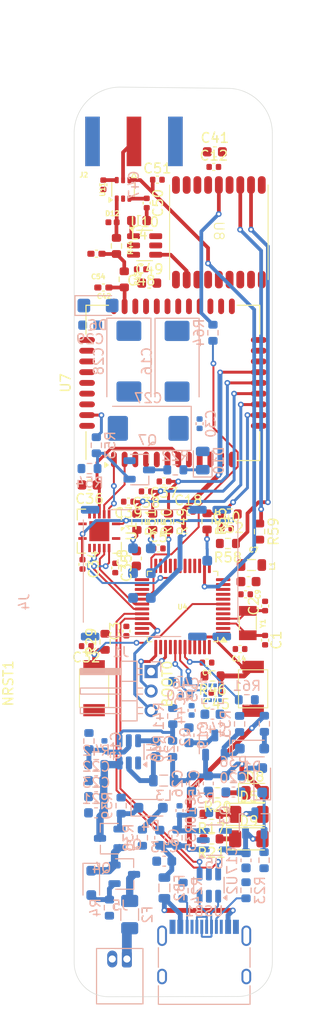
<source format=kicad_pcb>
(kicad_pcb (version 20241229) (generator "pcbnew") (generator_version "9.0")
  (title_block (title "Compact LTE&GNSS bicycle loss tracker") (date "2025-04-18") (rev "0.1") (company "Deniel"))
  (layers (0 "F.Cu" signal) (4 "In1.Cu" signal) (6 "In2.Cu" signal) (2 "B.Cu" signal) (13 "F.Paste" user) (15 "B.Paste" user) (5 "F.SilkS" user "F.Silkscreen") (7 "B.SilkS" user "B.Silkscreen") (1 "F.Mask" user) (3 "B.Mask" user) (25 "Edge.Cuts" user))
  (net 0 "")
  (net 1 "GND")
  (net 2 "/OSC_IN")
  (net 3 "/OSC_OUT")
  (net 4 "+3.3V")
  (net 5 "+5VBUS")
  (net 6 "+3.3VA")
  (net 7 "Net-(U5-EN)")
  (net 8 "LTE_PWRKEY")
  (net 9 "Net-(U6-EN)")
  (net 10 "SIM_VCC")
  (net 11 "VIN")
  (net 12 "Net-(U6-SW)")
  (net 13 "Net-(U6-VBST)")
  (net 14 "3V3a")
  (net 15 "LTE_RESET")
  (net 16 "/NRST")
  (net 17 "/LTE_RI")
  (net 18 "VDDEXT")
  (net 19 "/SIM_RST")
  (net 20 "/SIM_CLK")
  (net 21 "/SIM_DATA")
  (net 22 "/SIM_DET")
  (net 23 "Net-(D1-A)")
  (net 24 "Net-(D1-K)")
  (net 25 "Net-(D2-A)")
  (net 26 "VINa")
  (net 27 "Net-(D3-K)")
  (net 28 "Net-(D3-A)")
  (net 29 "Net-(D4-A)")
  (net 30 "Net-(D4-K)")
  (net 31 "Net-(D5-K)")
  (net 32 "Net-(D8-K)")
  (net 33 "3V3b")
  (net 34 "Net-(D9-K)")
  (net 35 "/RF_LTE")
  (net 36 "Net-(D10-K)")
  (net 37 "/ACC_EXTI")
  (net 38 "RF_PWR")
  (net 39 "Net-(C50-Pad2)")
  (net 40 "/RF_J2")
  (net 41 "/RF_SIG")
  (net 42 "Net-(Q1-D)")
  (net 43 "VLIPO")
  (net 44 "VBUS")
  (net 45 "Net-(J2-In)")
  (net 46 "Net-(C54-Pad1)")
  (net 47 "/RF_J1")
  (net 48 "/SWOUT")
  (net 49 "/SWDIO")
  (net 50 "/SWCLK")
  (net 51 "/BOOT0")
  (net 52 "/CC1")
  (net 53 "/CC2")
  (net 54 "Net-(J4-I{slash}O)")
  (net 55 "/LTE_PWR")
  (net 56 "/LTE_RST")
  (net 58 "Net-(J4-RST)")
  (net 59 "Net-(U6-VFB)")
  (net 60 "Net-(J4-SW)")
  (net 61 "/UART2_RX")
  (net 64 "/UART2_TX")
  (net 65 "/UART1_TX")
  (net 66 "/UART1_RX")
  (net 67 "/RI_3V3")
  (net 70 "Net-(J4-CLK)")
  (net 71 "/RFIN")
  (net 72 "Net-(Q7-D)")
  (net 74 "Net-(Q7-G)")
  (net 76 "/RESET_N")
  (net 77 "/WAKEUP")
  (net 78 "/NETSTAT")
  (net 80 "/GNSS_RST")
  (net 82 "/GNSS_TX")
  (net 83 "/GNSS_RX")
  (net 87 "/ACC_SCL")
  (net 89 "/ACC_SDA")
  (net 90 "/RF_SW")
  (net 95 "Net-(U8-ON{slash}OFF)")
  (net 99 "/GNSS_SW")
  (net 112 "/LTE_RX")
  (net 113 "/LTE_TX")
  (net 117 "/LNA_SW")
  (net 127 "/RF_GNSS")
  (net 135 "/USB_P")
  (net 136 "/USB_N")
  (footprint "LTE-lib:SPST_39x30mm" (layer "F.Cu") (at 166.63 101.96 90)
    (property "Reference" "BOOT0")
    (property "Value" "TS-1088-AR02016")
  )
  (footprint "Connector_Coaxial:SMA_Amphenol_132289_EdgeMount" (layer "F.Cu") (at 154.41 45.8425 90)
    (property "Reference" "J2")
    (property "Value" "SMA")
  )
  (footprint "Capacitor_SMD:C_0603_1608Metric" (layer "F.Cu") (at 166.1575 90.97)
    (property "Reference" "C7")
    (property "Value" "1u")
  )
  (footprint "LED_SMD:LED_1206_3216Metric" (layer "F.Cu") (at 166.19 114.83)
    (property "Reference" "D5")
    (property "Value" "XL-3216SURC")
  )
  (footprint "Resistor_SMD:R_0603_1608Metric" (layer "F.Cu") (at 162.97 112.62 180)
    (property "Reference" "R20")
    (property "Value" "220")
  )
  (footprint "Capacitor_SMD:C_0402_1005Metric" (layer "F.Cu") (at 161.9025 99.27 180)
    (property "Reference" "C4")
    (property "Value" "0.1u")
  )
  (footprint "LED_SMD:LED_1206_3216Metric" (layer "F.Cu") (at 166.19 117.34)
    (property "Reference" "D9")
    (property "Value" "XL-3216UOC")
  )
  (footprint "Capacitor_SMD:C_0402_1005Metric" (layer "F.Cu") (at 165.8575 92.27)
    (property "Reference" "C9")
    (property "Value" "0.01u")
  )
  (footprint "Capacitor_SMD:C_0402_1005Metric" (layer "F.Cu") (at 153.84 82.77 180)
    (property "Reference" "C39")
    (property "Value" "22p")
  )
  (footprint "Capacitor_SMD:C_0402_1005Metric" (layer "F.Cu") (at 162.81 102.3625 180)
    (property "Reference" "C45")
    (property "Value" "0.1u")
  )
  (footprint "Capacitor_SMD:C_0402_1005Metric" (layer "F.Cu") (at 149.13 89.2 -90)
    (property "Reference" "C34")
    (property "Value" "0.1u")
  )
  (footprint "Package_TO_SOT_SMD:SOT-23-6" (layer "F.Cu") (at 155.5025 56.51)
    (property "Reference" "U10")
    (property "Value" "AT2659S")
  )
  (footprint "LED_SMD:LED_0805_2012Metric" (layer "F.Cu") (at 166.82 112.62)
    (property "Reference" "D8")
    (property "Value" "XL-2012UYC")
  )
  (footprint "Capacitor_SMD:C_0402_1005Metric" (layer "F.Cu") (at 162.6 48.46)
    (property "Reference" "C12")
    (property "Value" "0.1u")
  )
  (footprint "Resistor_SMD:R_0603_1608Metric" (layer "F.Cu") (at 152.615 56.56 -90)
    (property "Reference" "R44")
    (property "Value" "0" (hide yes))
  )
  (footprint "Package_TO_SOT_SMD:SOT-363_SC-70-6" (layer "F.Cu") (at 153.2925 50.76 90)
    (property "Reference" "U11")
    (property "Value" "PE4259-63" (hide yes))
  )
  (footprint "Resistor_SMD:R_0603_1608Metric" (layer "F.Cu") (at 156.33 84.84 -90)
    (property "Reference" "R50")
    (property "Value" "22")
  )
  (footprint "Resistor_SMD:R_0603_1608Metric" (layer "F.Cu") (at 154.71 84.85 -90)
    (property "Reference" "R51")
    (property "Value" "22")
  )
  (footprint "Capacitor_SMD:C_0402_1005Metric" (layer "F.Cu") (at 155.66 81.72 180)
    (property "Reference" "C38")
    (property "Value" "22p")
  )
  (footprint "Capacitor_SMD:C_0402_1005Metric" (layer "F.Cu") (at 151.27 50.29 -90)
    (property "Reference" "C47")
    (property "Value" "0.1u")
  )
  (footprint "Capacitor_SMD:C_0402_1005Metric" (layer "F.Cu") (at 165.29 97.88)
    (property "Reference" "C14")
    (property "Value" "0.1u")
  )
  (footprint "Resistor_SMD:R_0603_1608Metric" (layer "F.Cu") (at 162.47 100.64 180)
    (property "Reference" "R46")
    (property "Value" "10k")
  )
  (footprint "Capacitor_SMD:C_0402_1005Metric_Pad0.74x0.62mm_HandSolder" (layer "F.Cu") (at 150.565 57.36 180)
    (property "Reference" "C54")
    (property "Value" "0u" (hide yes))
  )
  (footprint "Capacitor_SMD:C_0402_1005Metric" (layer "F.Cu") (at 149.52 97.58 180)
    (property "Reference" "C32")
    (property "Value" "0.1u")
  )
  (footprint "Resistor_SMD:R_0603_1608Metric" (layer "F.Cu") (at 164.235 84.04 180)
    (property "Reference" "R52")
    (property "Value" "10k")
  )
  (footprint "LTE-lib:SMD_9.7x10.1mm_ATGM336H-6N-74" (layer "F.Cu") (at 167.515 50.31 -90)
    (property "Reference" "U8")
    (property "Value" "ATGM336H-6N-74" (hide yes))
  )
  (footprint "Capacitor_SMD:C_0402_1005Metric" (layer "F.Cu") (at 153.6325 96.04 90)
    (property "Reference" "C3")
    (property "Value" "0.1u")
  )
  (footprint "Resistor_SMD:R_0603_1608Metric" (layer "F.Cu") (at 162.36 117.34 180)
    (property "Reference" "R21")
    (property "Value" "220")
  )
  (footprint "Resistor_SMD:R_0603_1608Metric" (layer "F.Cu") (at 167.29 85.84 -90)
    (property "Reference" "R59")
    (property "Value" "100")
  )
  (footprint "Capacitor_SMD:C_0402_1005Metric" (layer "F.Cu") (at 152.49 89.57 -90)
    (property "Reference" "C35")
    (property "Value" "0.1u")
  )
  (footprint "Resistor_SMD:R_0603_1608Metric" (layer "F.Cu") (at 162.36 114.82 180)
    (property "Reference" "R17")
    (property "Value" "220")
  )
  (footprint "Crystal:Crystal_SMD_3215-2Pin_3.2x1.5mm" (layer "F.Cu") (at 166.0825 95.22 90)
    (property "Reference" "Y1")
    (property "Value" "H31003271C2070CY" (hide yes))
  )
  (footprint "Capacitor_SMD:C_0402_1005Metric" (layer "F.Cu") (at 155.715 52.16 -90)
    (property "Reference" "C50")
    (property "Value" "470p")
  )
  (footprint "Capacitor_SMD:C_0603_1608Metric" (layer "F.Cu") (at 155.98 60.37)
    (property "Reference" "C49")
    (property "Value" "1u")
  )
  (footprint "Capacitor_SMD:C_0402_1005Metric" (layer "F.Cu") (at 157.49 80.7 180)
    (property "Reference" "C37")
    (property "Value" "22p")
  )
  (footprint "Inductor_SMD:L_0603_1608Metric" (layer "F.Cu") (at 154.9275 53.96 180)
    (property "Reference" "L4")
    (property "Value" "7.5n")
  )
  (footprint "Capacitor_SMD:C_0402_1005Metric" (layer "F.Cu") (at 155.16 58.95 180)
    (property "Reference" "C48")
    (property "Value" "0.1u")
  )
  (footprint "RF_GSM:SIMCom_SIM800C" (layer "F.Cu") (at 158.4 70.6 90)
    (property "Reference" "U7")
    (property "Value" "SIM7020E")
  )
  (footprint "Package_QFP:LQFP-48_7x7mm_P0.5mm" (layer "F.Cu") (at 159.395 93.52 180)
    (property "Reference" "U4")
    (property "Value" "STM32L433CCT6")
  )
  (footprint "Resistor_SMD:R_0603_1608Metric" (layer "F.Cu") (at 153.415 59.985 -90)
    (property "Reference" "R45")
    (property "Value" "0" (hide yes))
  )
  (footprint "Resistor_SMD:R_0603_1608Metric" (layer "F.Cu") (at 164.04 87.06 180)
    (property "Reference" "R58")
    (property "Value" "100")
  )
  (footprint "Capacitor_SMD:C_0603_1608Metric" (layer "F.Cu") (at 149.85 81.06 180)
    (property "Reference" "C36")
    (property "Value" "0.1u")
  )
  (footprint "Capacitor_SMD:C_0603_1608Metric" (layer "F.Cu") (at 162.7 46.91)
    (property "Reference" "C41")
    (property "Value" "10u")
  )
  (footprint "Capacitor_SMD:C_0402_1005Metric" (layer "F.Cu") (at 167.8575 93.47 90)
    (property "Reference" "C2")
    (property "Value" "15p")
  )
  (footprint "LTE-lib:SPST_39x30mm" (layer "F.Cu") (at 150.32 101.9 90)
    (property "Reference" "NRST1")
    (property "Value" "TS-1088-AR02016")
  )
  (footprint "Capacitor_SMD:C_0402_1005Metric" (layer "F.Cu") (at 163.895 85.52)
    (property "Reference" "C40")
    (property "Value" "0.1u")
  )
  (footprint "Resistor_SMD:R_0603_1608Metric" (layer "F.Cu") (at 157.955 84.83 -90)
    (property "Reference" "R49")
    (property "Value" "22")
  )
  (footprint "Capacitor_SMD:C_0402_1005Metric" (layer "F.Cu") (at 167.8575 96.97 -90)
    (property "Reference" "C1")
    (property "Value" "15p")
  )
  (footprint "Capacitor_SMD:C_0402_1005Metric" (layer "F.Cu") (at 156.9025 87.57)
    (property "Reference" "C5")
    (property "Value" "0.1u")
  )
  (footprint "Capacitor_SMD:C_0402_1005Metric" (layer "F.Cu") (at 159.985 83.8)
    (property "Reference" "C18")
    (property "Value" "0.1u")
  )
  (footprint "LTE-lib:DFN1006-2L-BI" (layer "F.Cu") (at 151.79 54.135)
    (property "Reference" "D12")
    (property "Value" "LXES15AAA1-153" (hide yes))
  )
  (footprint "Inductor_SMD:L_0805_2012Metric" (layer "F.Cu") (at 166.4575 89.27 180)
    (property "Reference" "L1")
    (property "Value" "39n")
  )
  (footprint "Capacitor_SMD:C_0603_1608Metric" (layer "F.Cu") (at 154.6575 88.595 90)
    (property "Reference" "C8")
    (property "Value" "4.7u")
  )
  (footprint "Capacitor_SMD:C_0402_1005Metric_Pad0.74x0.62mm_HandSolder" (layer "F.Cu") (at 151.275 60.82 180)
    (property "Reference" "C42")
    (property "Value" "0u" (hide yes))
  )
  (footprint "Resistor_SMD:R_0603_1608Metric" (layer "F.Cu") (at 151.45 97.14 90)
    (property "Reference" "R29")
    (property "Value" "10k")
  )
  (footprint "Capacitor_SMD:C_0402_1005Metric" (layer "F.Cu") (at 156.81 49.77)
    (property "Reference" "C51")
    (property "Value" "100p")
  )
  (footprint "Resistor_SMD:R_0603_1608Metric" (layer "F.Cu") (at 161.905 84.8 -90)
    (property "Reference" "R55")
    (property "Value" "1k")
  )
  (footprint "Package_DFN_QFN:Texas_S-PVQFN-N14" (layer "F.Cu") (at 150.8575 85.8 -90)
    (property "Reference" "U1")
    (property "Value" "TXB0104RGYR")
  )
  (footprint "LTE-lib:SOT-23" (layer "B.Cu") (at 151.4875 117.2875)
    (property "Reference" "Q4")
    (property "Value" "AO3401A")
  )
  (footprint "Capacitor_SMD:C_0603_1608Metric" (layer "B.Cu") (at 165.9 119.5425 -90)
    (property "Reference" "C17")
    (property "Value" "1u")
  )
  (footprint "Capacitor_SMD:C_0603_1608Metric" (layer "B.Cu") (at 164.6125 112.5425 180)
    (property "Reference" "C20")
    (property "Value" "0.1u")
  )
  (footprint "Resistor_SMD:R_0603_1608Metric" (layer "B.Cu") (at 158.655 79.51 180)
    (property "Reference" "R22")
    (property "Value" "100")
  )
  (footprint "Capacitor_SMD:C_0402_1005Metric" (layer "B.Cu") (at 159.74 102.59 180)
    (property "Reference" "C46")
    (property "Value" "0.1u")
  )
  (footprint "LTE-lib:nanoSIM_SNO-1470" (layer "B.Cu") (at 149.215 92.64 90)
    (property "Reference" "J4")
    (property "Value" "SNO-1470")
  )
  (footprint "Resistor_SMD:R_0603_1608Metric" (layer "B.Cu") (at 165.9825 103.0825 180)
    (property "Reference" "R61")
    (property "Value" "10k")
  )
  (footprint "Package_LGA:LGA-12_2x2mm_P0.5mm" (layer "B.Cu") (at 162.48 102.3625 -90)
    (property "Reference" "U3")
    (property "Value" "LIS2DW12TR")
  )
  (footprint "Capacitor_SMD:C_0402_1005Metric" (layer "B.Cu") (at 159.0825 114.4325 90)
    (property "Reference" "C10")
    (property "Value" "1n")
  )
  (footprint "Resistor_SMD:R_0603_1608Metric" (layer "B.Cu") (at 158.39 104.76 -90)
    (property "Reference" "R41")
    (property "Value" "10k")
  )
  (footprint "Capacitor_SMD:C_0402_1005Metric" (layer "B.Cu") (at 160.32 104.17 -90)
    (property "Reference" "C44")
    (property "Value" "0.1u")
  )
  (footprint "Diode_SMD:D_SOD-323_HandSoldering" (layer "B.Cu") (at 167.5625 111.3375 90)
    (property "Reference" "D3" (hide yes))
    (property "Value" "1N5817WS")
  )
  (footprint "Resistor_SMD:R_0603_1608Metric" (layer "B.Cu") (at 167.7525 119.5275 90)
    (property "Reference" "R37" (hide yes))
    (property "Value" "100k")
  )
  (footprint "Diode_SMD:D_SOD-323_HandSoldering" (layer "B.Cu") (at 156.1225 114.1525)
    (property "Reference" "D4")
    (property "Value" "1N5817WS")
  )
  (footprint "Connector_PinHeader_2.00mm:PinHeader_1x03_P2.00mm_Horizontal" (layer "B.Cu") (at 156.1675 100.19 180)
    (property "Reference" "J1")
    (property "Value" "SWD")
  )
  (footprint "Resistor_SMD:R_0603_1608Metric" (layer "B.Cu") (at 150.55 76.99 90)
    (property "Reference" "R53")
    (property "Value" "4.7k")
  )
  (footprint "Resistor_SMD:R_0603_1608Metric" (layer "B.Cu") (at 164.6125 110.8825 180)
    (property "Reference" "R36")
    (property "Value" "10k")
  )
  (footprint "Capacitor_SMD:C_0603_1608Metric" (layer "B.Cu") (at 150.5225 114.6725 180)
    (property "Reference" "C21")
    (property "Value" "0.1u")
  )
  (footprint "Capacitor_SMD:C_0402_1005Metric" (layer "B.Cu") (at 151.3825 107.7725 90)
    (property "Reference" "C15")
    (property "Value" "1n")
  )
  (footprint "Connector_USB:USB_C_Receptacle_HRO_TYPE-C-31-M-12" (layer "B.Cu") (at 161.6125 130.4025 180)
    (property "Reference" "USB1")
    (property "Value" "USB_C_Receptacle_USB2.0_16P")
  )
  (footprint "LTE-lib:SOT-23" (layer "B.Cu") (at 155.4 79.52 180)
    (property "Reference" "Q7")
    (property "Value" "AO3400A")
  )
  (footprint "LTE-lib:SOT-23" (layer "B.Cu") (at 153.8575 120.9775 180)
    (property "Reference" "Q1")
    (property "Value" "AO3401A")
  )
  (footprint "LTE-lib:SOT-23" (layer "B.Cu") (at 166.8075 115.2975 -90)
    (property "Reference" "Q3")
    (property "Value" "AO3401A")
  )
  (footprint "Capacitor_Tantalum_SMD:CP_EIA-7343-31_Kemet-D" (layer "B.Cu") (at 155.87 75.26 180)
    (property "Reference" "C27")
    (property "Value" "100u")
  )
  (footprint "LTE-lib:SOT-23" (layer "B.Cu") (at 162.705 107.2875 -90)
    (property "Reference" "Q2")
    (property "Value" "AO3401A")
  )
  (footprint "Capacitor_SMD:C_0603_1608Metric" (layer "B.Cu") (at 156.64 108.11 90)
    (property "Reference" "C24")
    (property "Value" "0.1u")
  )
  (footprint "Resistor_SMD:R_0603_1608Metric" (layer "B.Cu") (at 158.375 108.115 -90)
    (property "Reference" "R40")
    (property "Value" "33.2k")
  )
  (footprint "Package_TO_SOT_SMD:SOT-23-5" (layer "B.Cu") (at 162.65 117.47)
    (property "Reference" "U5")
    (property "Value" "TPRT9013-33GB")
  )
  (footprint "Capacitor_SMD:C_0603_1608Metric" (layer "B.Cu") (at 150.5325 111.3725 180)
    (property "Reference" "C22")
    (property "Value" "10u")
  )
  (footprint "Package_TO_SOT_SMD:SOT-23-6" (layer "B.Cu") (at 162.0925 122.08 90)
    (property "Reference" "U2")
    (property "Value" "USBLC6-2SC6")
  )
  (footprint "Resistor_SMD:R_0603_1608Metric" (layer "B.Cu") (at 158.82 117.225 90)
    (property "Reference" "R35")
    (property "Value" "10k")
  )
  (footprint "Capacitor_SMD:C_0603_1608Metric" (layer "B.Cu") (at 157.515 119.63 180)
    (property "Reference" "C13")
    (property "Value" "0.1u")
  )
  (footprint "Fuse:Fuse_1206_3216Metric" (layer "B.Cu") (at 153.9725 125.1025 90)
    (property "Reference" "F2")
    (property "Value" "JFC1206-1500FS")
  )
  (footprint "Resistor_SMD:R_0603_1608Metric" (layer "B.Cu") (at 149.85 79.38)
    (property "Reference" "R54")
    (property "Value" "47k")
  )
  (footprint "Capacitor_SMD:C_0402_1005Metric" (layer "B.Cu") (at 161.14 74.78 90)
    (property "Reference" "C30")
    (property "Value" "0.1u")
  )
  (footprint "Diode_SMD:D_SMF" (layer "B.Cu") (at 150.7225 62.67)
    (property "Reference" "D6")
    (property "Value" "SMF6.0A")
  )
  (footprint "Resistor_SMD:R_0603_1608Metric" (layer "B.Cu") (at 162.51 65.46 -90)
    (property "Reference" "R64")
    (property "Value" "1k")
  )
  (footprint "Capacitor_SMD:C_0603_1608Metric" (layer "B.Cu") (at 162.0325 111.6625 -90)
    (property "Reference" "C25")
    (property "Value" "22u")
  )
  (footprint "Resistor_SMD:R_0603_1608Metric" (layer "B.Cu") (at 165.2425 105.5625 -90)
    (property "Reference" "R33")
    (property "Value" "100k")
  )
  (footprint "Capacitor_SMD:C_0603_1608Metric" (layer "B.Cu") (at 157.05 117.225 90)
    (property "Reference" "C6")
    (property "Value" "1u")
  )
  (footprint "Capacitor_SMD:C_0603_1608Metric" (layer "B.Cu") (at 149.92 64.68)
    (property "Reference" "C29")
    (property "Value" "1u")
  )
  (footprint "Resistor_SMD:R_0603_1608Metric" (layer "B.Cu") (at 161.3025 114.6325 180)
    (property "Reference" "R34")
    (property "Value" "100k")
  )
  (footprint "Capacitor_SMD:C_0603_1608Metric" (layer "B.Cu") (at 162.46 104.5625)
    (property "Reference" "C43")
    (property "Value" "10u")
  )
  (footprint "Inductor_SMD:L_0805_2012Metric" (layer "B.Cu") (at 157.53 122.37 90)
    (property "Reference" "FB2")
    (property "Value" "CBW201209U152T")
  )
  (footprint "Diode_SMD:D_SOD-323_HandSoldering" (layer "B.Cu") (at 150.0325 121.855 -90)
    (property "Reference" "D2" (hide yes))
    (property "Value" "MM3Z10")
  )
  (footprint "Capacitor_Tantalum_SMD:CP_EIA-7343-31_Kemet-D" (layer "B.Cu") (at 153.89 68.37 -90)
    (property "Reference" "C28")
    (property "Value" "100u")
  )
  (footprint "Resistor_SMD:R_0603_1608Metric" (layer "B.Cu") (at 159.16 101.22)
    (property "Reference" "R60")
    (property "Value" "10k")
  )
  (footprint "LTE-lib:JST_ZH_S2B-ZR_1x02_P1.50mm_Horizontal" (layer "B.Cu") (at 153.6825 129.6575 180)
    (property "Reference" "J5")
    (property "Value" "S2B-ZR-3.4(LF)(SN)")
  )
  (footprint "Resistor_SMD:R_0603_1608Metric" (layer "B.Cu") (at 159.44 122.65 90)
    (property "Reference" "R24")
    (property "Value" "5.1k")
  )
  (footprint "Capacitor_SMD:C_0603_1608Metric" (layer "B.Cu") (at 160.3125 111.6625 -90)
    (property "Reference" "C26")
    (property "Value" "22u")
  )
  (footprint "Package_TO_SOT_SMD:SOT-23-6" (layer "B.Cu") (at 153.8825 108.4225 90)
    (property "Reference" "U6")
    (property "Value" "TPS563201DDCR")
  )
  (footprint "Resistor_SMD:R_0603_1608Metric" (layer "B.Cu") (at 153.0925 113.9325 -90)
    (property "Reference" "R39")
    (property "Value" "100k")
  )
  (footprint "Capacitor_SMD:C_0603_1608Metric" (layer "B.Cu") (at 150.5325 113.0125 180)
    (property "Reference" "C23")
    (property "Value" "10u")
  )
  (footprint "Resistor_SMD:R_0603_1608Metric" (layer "B.Cu") (at 149.7925 107.3125 -90)
    (property "Reference" "R43" (hide yes))
    (property "Value" "100k")
  )
  (footprint "Capacitor_Tantalum_SMD:CP_EIA-7343-31_Kemet-D" (layer "B.Cu") (at 158.83 68.38 -90)
    (property "Reference" "C16")
    (property "Value" "100u")
  )
  (footprint "Capacitor_SMD:C_0603_1608Metric" (layer "B.Cu") (at 160.05 106.72 90)
    (property "Reference" "C19")
    (property "Value" "0.1u")
  )
  (footprint "LED_SMD:LED_0805_2012Metric" (layer "B.Cu") (at 161.46 78.56 90)
    (property "Reference" "D10")
    (property "Value" "XL-2012UBC-A")
  )
  (footprint "Resistor_SMD:R_0603_1608Metric" (layer "B.Cu") (at 155.2725 117.2225 -90)
    (property "Reference" "R38")
    (property "Value" "10k")
  )
  (footprint "Resistor_SMD:R_0603_1608Metric" (layer "B.Cu") (at 151.8925 124.3925 -90)
    (property "Reference" "R4")
    (property "Value" "100k")
  )
  (footprint "Resistor_SMD:R_0603_1608Metric" (layer "B.Cu") (at 165.9 122.6125 90)
    (property "Reference" "R23")
    (property "Value" "5.1k")
  )
  (footprint "Resistor_SMD:R_0603_1608Metric" (layer "B.Cu") (at 150.5425 109.7325 180)
    (property "Reference" "R42")
    (property "Value" "10k")
  )
  (footprint "Diode_SMD:D_SOD-323_HandSoldering" (layer "B.Cu") (at 166.515 108.0825)
    (property "Reference" "D1")
    (property "Value" "1N5819WS")
  )
  (footprint "Inductor_SMD:L_0805_2012Metric" (layer "B.Cu") (at 157.4625 111.3675)
    (property "Reference" "L3")
    (property "Value" "4.7u")
  )
  (footprint "Resistor_SMD:R_0603_1608Metric" (layer "B.Cu") (at 167.7825 105.5425 90)
    (property "Reference" "R32" (hide yes))
    (property "Value" "10k")
  )
  (gr_arc (start 168.6 130) (mid 167.574874 132.474874) (end 165.1 133.5) (stroke (width 0.05)) (layer "Edge.Cuts"))
  (gr_arc (start 148.275 45) (mid 149.65892 41.65892) (end 153 40.275) (stroke (width 0.05)) (layer "Edge.Cuts"))
  (gr_arc (start 151.8 133.525) (mid 149.307449 132.492551) (end 148.275 130) (stroke (width 0.05)) (layer "Edge.Cuts"))
  (gr_line (start 168.6 45) (end 168.6 130) (stroke (width 0.05)) (layer "Edge.Cuts"))
  (gr_line (start 165.1 133.5) (end 151.8 133.525) (stroke (width 0.05)) (layer "Edge.Cuts"))
  (gr_line (start 164 40.4) (end 153 40.275) (stroke (width 0.05)) (layer "Edge.Cuts"))
  (gr_line (start 148.275 45) (end 148.275 130) (stroke (width 0.05)) (layer "Edge.Cuts"))
  (gr_arc (start 164 40.4) (mid 167.252691 41.747309) (end 168.6 45) (stroke (width 0.05)) (layer "Edge.Cuts"))
  (segment (start 164.8825 95.27) (end 163.5575 95.27) (width 0.2) (layer "F.Cu") (net 2))
  (segment (start 166.1025 96.49) (end 166.0825 96.47) (width 0.3) (layer "F.Cu") (net 2))
  (segment (start 167.8575 96.49) (end 166.1025 96.49) (width 0.3) (layer "F.Cu") (net 2))
  (segment (start 166.0825 96.47) (end 164.8825 95.27) (width 0.2) (layer "F.Cu") (net 2))
  (segment (start 166.1025 93.95) (end 166.0825 93.97) (width 0.3) (layer "F.Cu") (net 3))
  (segment (start 167.8575 93.95) (end 166.1025 93.95) (width 0.3) (layer "F.Cu") (net 3))
  (segment (start 166.0825 93.97) (end 165.2825 94.77) (width 0.2) (layer "F.Cu") (net 3))
  (segment (start 165.2825 94.77) (end 163.5575 94.77) (width 0.2) (layer "F.Cu") (net 3))
  (segment (start 165.915 114.78) (end 167.54 114.78) (width 0.5) (layer "F.Cu") (net 4))
  (segment (start 167.54 114.78) (end 167.59 114.83) (width 0.5) (layer "F.Cu") (net 4))
  (via (at 165.915 114.78) (size 0.6) (drill 0.3) (layers "F.Cu" "B.Cu") (net 4))
  (segment (start 160.05 107.495) (end 161.9375 107.495) (width 0.5) (layer "B.Cu") (net 4))
  (segment (start 166.8075 114.7375) (end 165.9575 114.7375) (width 0.5) (layer "B.Cu") (net 4))
  (segment (start 165.9575 114.7375) (end 165.915 114.78) (width 0.5) (layer "B.Cu") (net 4))
  (segment (start 161.9375 107.495) (end 162.705 106.7275) (width 0.5) (layer "B.Cu") (net 4))
  (segment (start 166.5 105.99) (end 160.09 112.4) (width 0.5) (layer "F.Cu") (net 5))
  (segment (start 160.09 112.4) (end 160.09 118.39) (width 0.5) (layer "F.Cu") (net 5))
  (via (at 160.09 118.39) (size 0.6) (drill 0.3) (layers "F.Cu" "B.Cu") (net 5))
  (via (at 166.5 105.99) (size 0.6) (drill 0.3) (layers "F.Cu" "B.Cu") (net 5))
  (segment (start 158.29 119.63) (end 158.29 120.5475) (width 0.5) (layer "B.Cu") (net 5))
  (segment (start 158.29 119.24) (end 157.05 118) (width 0.5) (layer "B.Cu") (net 5))
  (segment (start 167.7825 104.7175) (end 167.7725 104.7175) (width 0.5) (layer "B.Cu") (net 5))
  (segment (start 161.5125 118.42) (end 160.12 118.42) (width 0.5) (layer "B.Cu") (net 5))
  (segment (start 158.29 120.5475) (end 157.53 121.3075) (width 0.5) (layer "B.Cu") (net 5))
  (segment (start 158.29 119.63) (end 158.29 119.24) (width 0.5) (layer "B.Cu") (net 5))
  (segment (start 159.75 118.05) (end 160.09 118.39) (width 0.5) (layer "B.Cu") (net 5))
  (segment (start 157.05 118) (end 158.77 118) (width 0.5) (layer "B.Cu") (net 5))
  (segment (start 158.77 118) (end 158.82 118.05) (width 0.5) (layer "B.Cu") (net 5))
  (segment (start 160.12 118.42) (end 160.09 118.39) (width 0.5) (layer "B.Cu") (net 5))
  (segment (start 158.82 118.05) (end 159.75 118.05) (width 0.5) (layer "B.Cu") (net 5))
  (segment (start 167.7725 104.7175) (end 166.5 105.99) (width 0.5) (layer "B.Cu") (net 5))
  (segment (start 160.1975 114.9125) (end 159.0825 114.9125) (width 0.5) (layer "B.Cu") (net 7))
  (segment (start 159.0825 114.9125) (end 159.0825 116.1375) (width 0.5) (layer "B.Cu") (net 7))
  (segment (start 161.5125 116.52) (end 158.94 116.52) (width 0.5) (layer "B.Cu") (net 7))
  (segment (start 158.94 116.52) (end 158.82 116.4) (width 0.5) (layer "B.Cu") (net 7))
  (segment (start 159.0825 116.1375) (end 158.82 116.4) (width 0.5) (layer "B.Cu") (net 7))
  (segment (start 160.4775 114.6325) (end 160.1975 114.9125) (width 0.5) (layer "B.Cu") (net 7))
  (segment (start 151.3825 108.2525) (end 149.9075 108.2525) (width 0.5) (layer "B.Cu") (net 9))
  (segment (start 153.8825 107.285) (end 153.8825 107.947499) (width 0.5) (layer "B.Cu") (net 9))
  (segment (start 151.5765 108.4465) (end 151.3825 108.2525) (width 0.5) (layer "B.Cu") (net 9))
  (segment (start 153.383499 108.4465) (end 151.5765 108.4465) (width 0.5) (layer "B.Cu") (net 9))
  (segment (start 149.7925 109.6575) (end 149.7175 109.7325) (width 0.5) (layer "B.Cu") (net 9))
  (segment (start 149.9075 108.2525) (end 149.7925 108.1375) (width 0.5) (layer "B.Cu") (net 9))
  (segment (start 153.8825 107.947499) (end 153.383499 108.4465) (width 0.5) (layer "B.Cu") (net 9))
  (segment (start 149.7925 108.1375) (end 149.7925 109.6575) (width 0.5) (layer "B.Cu") (net 9))
  (segment (start 163.28 69.5) (end 163.25 69.53) (width 0.3) (layer "F.Cu") (net 10))
  (segment (start 159.734 83.396) (end 159.505 83.625) (width 0.5) (layer "F.Cu") (net 10))
  (segment (start 163.07038 80.05) (end 163.07038 80.05962) (width 0.5) (layer "F.Cu") (net 10))
  (segment (start 159.505 83.625) (end 159.505 83.8) (width 0.5) (layer "F.Cu") (net 10))
  (segment (start 167.17 69.53) (end 167.2 69.5) (width 0.5) (layer "F.Cu") (net 10))
  (segment (start 160.076318 83.039) (end 159.734 83.381318) (width 0.5) (layer "F.Cu") (net 10))
  (segment (start 163.07038 80.05962) (end 160.091 83.039) (width 0.5) (layer "F.Cu") (net 10))
  (segment (start 160.091 83.039) (end 160.076318 83.039) (width 0.5) (layer "F.Cu") (net 10))
  (segment (start 159.734 83.381318) (end 159.734 83.396) (width 0.5) (layer "F.Cu") (net 10))
  (segment (start 167.2 69.5) (end 163.28 69.5) (width 0.3) (layer "F.Cu") (net 10))
  (segment (start 159.505 86.07) (end 159.505 83.8) (width 0.5) (layer "F.Cu") (net 10))
  (via (at 159.505 86.07) (size 0.6) (drill 0.3) (layers "F.Cu" "B.Cu") (net 10))
  (via (at 163.25 69.53) (size 0.6) (drill 0.3) (layers "F.Cu" "B.Cu") (net 10))
  (via (at 163.07038 80.05) (size 0.6) (drill 0.3) (layers "F.Cu" "B.Cu") (net 10))
  (segment (start 163.23 69.55) (end 163.25 69.53) (width 0.5) (layer "B.Cu") (net 10))
  (segment (start 159.135 89.64) (end 156.135 92.64) (width 0.5) (layer "B.Cu") (net 10))
  (segment (start 159.505 86.07) (end 159.475 86.07) (width 0.5) (layer "B.Cu") (net 10))
  (segment (start 159.135 86.41) (end 159.135 89.64) (width 0.5) (layer "B.Cu") (net 10))
  (segment (start 163.23 79.89038) (end 163.23 69.55) (width 0.5) (layer "B.Cu") (net 10))
  (segment (start 163.07038 80.05) (end 163.23 79.89038) (width 0.5) (layer "B.Cu") (net 10))
  (segment (start 159.475 86.07) (end 159.135 86.41) (width 0.5) (layer "B.Cu") (net 10))
  (segment (start 151.3675 111.3125) (end 151.3075 111.3725) (width 0.75) (layer "B.Cu") (net 11))
  (segment (start 151.3075 111.3725) (end 151.3075 113.0125) (width 0.75) (layer "B.Cu") (net 11))
  (segment (start 151.3675 109.7325) (end 151.3675 111.3125) (width 0.75) (layer "B.Cu") (net 11))
  (segment (start 151.3675 109.7325) (end 152.76 109.7325) (width 0.75) (layer "B.Cu") (net 11))
  (segment (start 150.9275 115.0425) (end 151.2975 114.6725) (width 0.75) (layer "B.Cu") (net 11))
  (segment (start 151.3075 114.6625) (end 151.2975 114.6725) (width 0.75) (layer "B.Cu") (net 11))
  (segment (start 151.3075 113.0125) (end 151.3075 114.6625) (width 0.75) (layer "B.Cu") (net 11))
  (segment (start 150.9275 117.2875) (end 150.9275 115.0425) (width 0.75) (layer "B.Cu") (net 11))
  (segment (start 152.76 109.7325) (end 152.9325 109.56) (width 0.75) (layer "B.Cu") (net 11))
  (segment (start 156.4 109.125) (end 156.64 108.885) (width 0.5) (layer "B.Cu") (net 12))
  (segment (start 153.8825 110.222499) (end 155.027501 111.3675) (width 0.5) (layer "B.Cu") (net 12))
  (segment (start 155.027501 111.3675) (end 156.4 111.3675) (width 0.5) (layer "B.Cu") (net 12))
  (segment (start 156.4 111.3675) (end 156.4 109.125) (width 0.5) (layer "B.Cu") (net 12))
  (segment (start 153.8825 109.56) (end 153.8825 110.222499) (width 0.5) (layer "B.Cu") (net 12))
  (segment (start 156.59 107.285) (end 156.64 107.335) (width 0.5) (layer "B.Cu") (net 13))
  (segment (start 154.8325 107.285) (end 156.59 107.285) (width 0.5) (layer "B.Cu") (net 13))
  (segment (start 165.48 109.67) (end 165.48 110.3425) (width 0.5) (layer "F.Cu") (net 14))
  (segment (start 165.48 110.3425) (end 167.7575 112.62) (width 0.5) (layer "F.Cu") (net 14))
  (via (at 165.48 109.67) (size 0.6) (drill 0.3) (layers "F.Cu" "B.Cu") (net 14))
  (segment (start 161.755 110.61) (end 162.0325 110.8875) (width 0.5) (layer "B.Cu") (net 14))
  (segment (start 162.0375 110.8825) (end 162.0325 110.8875) (width 0.5) (layer "B.Cu") (net 14))
  (segment (start 158.375 108.94) (end 158.375 111.2175) (width 0.5) (layer "B.Cu") (net 14))
  (segment (start 162.0325 110.8875) (end 160.3125 110.8875) (width 0.5) (layer "B.Cu") (net 14))
  (segment (start 159.8325 111.3675) (end 160.3125 110.8875) (width 0.5) (layer "B.Cu") (net 14))
  (segment (start 163.7875 110.8825) (end 162.0375 110.8825) (width 0.5) (layer "B.Cu") (net 14))
  (segment (start 158.525 111.3675) (end 159.8325 111.3675) (width 0.5) (layer "B.Cu") (net 14))
  (segment (start 158.375 111.2175) (end 158.525 111.3675) (width 0.5) (layer "B.Cu") (net 14))
  (segment (start 161.755 108.7275) (end 161.755 110.61) (width 0.5) (layer "B.Cu") (net 14))
  (segment (start 163.7875 110.8825) (end 165 109.67) (width 0.5) (layer "B.Cu") (net 14))
  (segment (start 165 109.67) (end 165.48 109.67) (width 0.5) (layer "B.Cu") (net 14))
  (segment (start 160.409943 93.27) (end 157.068943 96.611) (width 0.2) (layer "F.Cu") (net 16))
  (segment (start 156.162824 96.611) (end 155.533444 97.24038) (width 0.2) (layer "F.Cu") (net 16))
  (segment (start 150.32 98.45) (end 150.34 98.43) (width 0.381237) (layer "F.Cu") (net 16))
  (segment (start 150.805 97.965) (end 150.34 98.43) (width 0.381237) (layer "F.Cu") (net 16))
  (segment (start 155.533444 97.24038) (end 154.67038 97.24038) (width 0.2) (layer "F.Cu") (net 16))
  (segment (start 150.32 99.65) (end 150.32 98.45) (width 0.381237) (layer "F.Cu") (net 16))
  (segment (start 151.45 97.965) (end 150.805 97.965) (width 0.381237) (layer "F.Cu") (net 16))
  (segment (start 163.5575 93.27) (end 160.409943 93.27) (width 0.2) (layer "F.Cu") (net 16))
  (segment (start 157.068943 96.611) (end 156.162824 96.611) (width 0.2) (layer "F.Cu") (net 16))
  (segment (start 150 98.09) (end 150.34 98.43) (width 0.381237) (layer "F.Cu") (net 16))
  (segment (start 150 97.58) (end 150 98.09) (width 0.381237) (layer "F.Cu") (net 16))
  (via (at 150.34 98.43) (size 0.6) (drill 0.3) (layers "F.Cu" "B.Cu") (net 16))
  (via (at 154.67038 97.24038) (size 0.6) (drill 0.3) (layers "F.Cu" "B.Cu") (net 16))
  (segment (start 154.67038 97.24038) (end 151.52962 97.24038) (width 0.2) (layer "B.Cu") (net 16))
  (segment (start 151.52962 97.24038) (end 150.34 98.43) (width 0.2) (layer "B.Cu") (net 16))
  (segment (start 158.299 77.299) (end 158.95 77.95) (width 0.3) (layer "F.Cu") (net 17))
  (segment (start 150.625 81.06) (end 150.625 78.754347) (width 0.3) (layer "F.Cu") (net 17))
  (segment (start 150.8575 84.075) (end 150.8575 81.2925) (width 0.3) (layer "F.Cu") (net 17))
  (segment (start 150.8575 81.2925) (end 150.625 81.06) (width 0.3) (layer "F.Cu") (net 17))
  (segment (start 158.95 77.95) (end 158.95 78.45) (width 0.3) (layer "F.Cu") (net 17))
  (segment (start 152.080347 77.299) (end 158.299 77.299) (width 0.3) (layer "F.Cu") (net 17))
  (segment (start 150.625 78.754347) (end 152.080347 77.299) (width 0.3) (layer "F.Cu") (net 17))
  (segment (start 149.1325 86.55) (end 149.1325 86.0875) (width 0.3) (layer "F.Cu") (net 18))
  (segment (start 149.1325 88.7175) (end 149.13 88.72) (width 0.3) (layer "F.Cu") (net 18))
  (segment (start 149.1325 86.55) (end 149.1325 88.7175) (width 0.3) (layer "F.Cu") (net 18))
  (segment (start 153.27 85.05) (end 153.61 84.71) (width 0.2) (layer "F.Cu") (net 18))
  (segment (start 149.1325 86.0875) (end 149.14 86.08) (width 0.3) (layer "F.Cu") (net 18))
  (segment (start 152.5825 85.05) (end 153.27 85.05) (width 0.2) (layer "F.Cu") (net 18))
  (segment (start 165.06 84.04) (end 165.06 84.040454) (width 0.3) (layer "F.Cu") (net 18))
  (segment (start 165.06 84.040454) (end 164.390454 84.71) (width 0.3) (layer "F.Cu") (net 18))
  (via (at 164.390454 84.71) (size 0.6) (drill 0.3) (layers "F.Cu" "B.Cu") (net 18))
  (via (at 153.61 84.71) (size 0.6) (drill 0.3) (layers "F.Cu" "B.Cu") (net 18))
  (via (at 149.14 86.08) (size 0.6) (drill 0.3) (layers "F.Cu" "B.Cu") (net 18))
  (segment (start 153.61 84.71) (end 150.51 84.71) (width 0.3) (layer "B.Cu") (net 18))
  (segment (start 149.14 86.08) (end 149.12 86.1) (width 0.3) (layer "B.Cu") (net 18))
  (segment (start 164.390454 84.71) (end 153.61 84.71) (width 0.3) (layer "B.Cu") (net 18))
  (segment (start 150.51 84.71) (end 149.14 86.08) (width 0.3) (layer "B.Cu") (net 18))
  (segment (start 157.955 80.715) (end 157.97 80.7) (width 0.3) (layer "F.Cu") (net 19))
  (segment (start 157.955 81.705) (end 158.96 80.7) (width 0.3) (layer "F.Cu") (net 19))
  (segment (start 157.955 84.005) (end 157.955 81.705) (width 0.3) (layer "F.Cu") (net 19))
  (segment (start 157.97 80.7) (end 158.96 80.7) (width 0.3) (layer "F.Cu") (net 19))
  (segment (start 157.97 83.99) (end 157.955 84.005) (width 0.3) (layer "F.Cu") (net 19))
  (segment (start 163.99 70.6) (end 167.2 70.6) (width 0.3) (layer "F.Cu") (net 19))
  (via (at 163.99 70.6) (size 0.6) (drill 0.3) (layers "F.Cu" "B.Cu") (net 19))
  (via (at 158.96 80.7) (size 0.6) (drill 0.3) (layers "F.Cu" "B.Cu") (net 19))
  (segment (start 163.38 80.7) (end 158.96 80.7) (width 0.3) (layer "B.Cu") (net 19))
  (segment (start 163.99 70.6) (end 163.99 80.09) (width 0.3) (layer "B.Cu") (net 19))
  (segment (start 163.99 80.09) (end 163.38 80.7) (width 0.3) (layer "B.Cu") (net 19))
  (segment (start 156.33 84.015) (end 156.33 82.51) (width 0.3) (layer "F.Cu") (net 20))
  (segment (start 164.68 71.7) (end 167.2 71.7) (width 0.3) (layer "F.Cu") (net 20))
  (segment (start 156.14 81.72) (end 157.12 81.72) (width 0.3) (layer "F.Cu") (net 20))
  (segment (start 156.33 82.51) (end 157.14 81.7) (width 0.3) (layer "F.Cu") (net 20))
  (segment (start 157.12 81.72) (end 157.14 81.7) (width 0.3) (layer "F.Cu") (net 20))
  (segment (start 156.115 81.745) (end 156.14 81.72) (width 0.3) (layer "F.Cu") (net 20))
  (via (at 164.68 71.7) (size 0.6) (drill 0.3) (layers "F.Cu" "B.Cu") (net 20))
  (via (at 157.14 81.7) (size 0.6) (drill 0.3) (layers "F.Cu" "B.Cu") (net 20))
  (segment (start 164.68 71.7) (end 164.68 80.57) (width 0.3) (layer "B.Cu") (net 20))
  (segment (start 164.68 80.57) (end 163.55 81.7) (width 0.3) (layer "B.Cu") (net 20))
  (segment (start 163.55 81.7) (end 157.14 81.7) (width 0.3) (layer "B.Cu") (net 20))
  (segment (start 167.18 72.82) (end 167.2 72.8) (width 0.3) (layer "F.Cu") (net 21))
  (segment (start 155.3 82.77) (end 155.32 82.75) (width 0.3) (layer "F.Cu") (net 21))
  (segment (start 154.71 83.36) (end 155.32 82.75) (width 0.3) (layer "F.Cu") (net 21))
  (segment (start 154.315 82.775) (end 154.32 82.77) (width 0.3) (layer "F.Cu") (net 21))
  (segment (start 154.71 84.025) (end 154.71 83.36) (width 0.3) (layer "F.Cu") (net 21))
  (segment (start 165.37 72.82) (end 167.18 72.82) (width 0.3) (layer "F.Cu") (net 21))
  (segment (start 154.32 82.77) (end 155.3 82.77) (width 0.3) (layer "F.Cu") (net 21))
  (via (at 165.37 72.82) (size 0.6) (drill 0.3) (layers "F.Cu" "B.Cu") (net 21))
  (via (at 155.32 82.75) (size 0.6) (drill 0.3) (layers "F.Cu" "B.Cu") (net 21))
  (segment (start 165.37 81.05) (end 163.67 82.75) (width 0.3) (layer "B.Cu") (net 21))
  (segment (start 163.67 82.75) (end 155.32 82.75) (width 0.3) (layer "B.Cu") (net 21))
  (segment (start 165.37 72.82) (end 165.37 81.05) (width 0.3) (layer "B.Cu") (net 21))
  (segment (start 161.905 83.975) (end 163.345 83.975) (width 0.3) (layer "F.Cu") (net 22))
  (segment (start 163.415 84.045) (end 163.41 84.04) (width 0.3) (layer "F.Cu") (net 22))
  (segment (start 163.41 84.000526) (end 163.41 84.04) (width 0.3) (layer "F.Cu") (net 22))
  (segment (start 166.05 73.9) (end 167.2 73.9) (width 0.3) (layer "F.Cu") (net 22))
  (segment (start 164.577072 82.833454) (end 163.41 84.000526) (width 0.3) (layer "F.Cu") (net 22))
  (segment (start 163.345 83.975) (end 163.41 84.04) (width 0.3) (layer "F.Cu") (net 22))
  (segment (start 163.415 85.52) (end 163.415 84.045) (width 0.3) (layer "F.Cu") (net 22))
  (via (at 166.05 73.9) (size 0.6) (drill 0.3) (layers "F.Cu" "B.Cu") (net 22))
  (via (at 164.577072 82.833454) (size 0.6) (drill 0.3) (layers "F.Cu" "B.Cu") (net 22))
  (segment (start 166.05 73.9) (end 166.05 81.360526) (width 0.3) (layer "B.Cu") (net 22))
  (segment (start 166.05 81.360526) (end 164.577072 82.833454) (width 0.3) (layer "B.Cu") (net 22))
  (segment (start 167.7825 108.065) (end 167.765 108.0825) (width 0.5) (layer "B.Cu") (net 23))
  (segment (start 167.7825 106.3675) (end 167.7825 108.065) (width 0.5) (layer "B.Cu") (net 23))
  (segment (start 164.62 108.7275) (end 165.265 108.0825) (width 0.5) (layer "B.Cu") (net 24))
  (segment (start 163.655 108.7275) (end 163.655 107.975) (width 0.5) (layer "B.Cu") (net 24))
  (segment (start 163.655 107.975) (end 165.2425 106.3875) (width 0.5) (layer "B.Cu") (net 24))
  (segment (start 163.655 108.7275) (end 164.62 108.7275) (width 0.5) (layer "B.Cu") (net 24))
  (segment (start 151.8925 123.5675) (end 150.495 123.5675) (width 0.5) (layer "B.Cu") (net 25))
  (segment (start 151.8925 123.5675) (end 151.8925 122.4525) (width 0.5) (layer "B.Cu") (net 25))
  (segment (start 151.8925 122.4525) (end 152.4175 121.9275) (width 0.5) (layer "B.Cu") (net 25))
  (segment (start 150.495 123.5675) (end 150.0325 123.105) (width 0.5) (layer "B.Cu") (net 25))
  (segment (start 151.84 120.605) (end 152.4175 120.0275) (width 0.75) (layer "B.Cu") (net 26))
  (segment (start 152.4175 120.0275) (end 152.4175 118.7475) (width 0.75) (layer "B.Cu") (net 26))
  (segment (start 152.4175 118.7475) (end 152.9275 118.2375) (width 0.75) (layer "B.Cu") (net 26))
  (segment (start 150.0325 120.605) (end 151.84 120.605) (width 0.75) (layer "B.Cu") (net 26))
  (segment (start 167.7575 116.7375) (end 167.7575 112.7825) (width 0.3) (layer "B.Cu") (net 27))
  (segment (start 167.7575 118.6975) (end 167.7525 118.7025) (width 0.3) (layer "B.Cu") (net 27))
  (segment (start 167.7575 116.7375) (end 167.7575 118.6975) (width 0.3) (layer "B.Cu") (net 27))
  (segment (start 167.7575 112.7825) (end 167.5625 112.5875) (width 0.3) (layer "B.Cu") (net 27))
  (segment (start 166.2325 110.0875) (end 165.4375 110.8825) (width 0.5) (layer "B.Cu") (net 28))
  (segment (start 167.5625 110.0875) (end 166.2325 110.0875) (width 0.5) (layer "B.Cu") (net 28))
  (segment (start 155.2725 116.2525) (end 157.3725 114.1525) (width 0.5) (layer "B.Cu") (net 29))
  (segment (start 155.2725 116.3975) (end 155.2725 116.2525) (width 0.5) (layer "B.Cu") (net 29))
  (segment (start 152.9275 116.3375) (end 152.9275 114.9225) (width 0.5) (layer "B.Cu") (net 30))
  (segment (start 153.0925 114.7575) (end 154.2675 114.7575) (width 0.5) (layer "B.Cu") (net 30))
  (segment (start 154.2675 114.7575) (end 154.8725 114.1525) (width 0.5) (layer "B.Cu") (net 30))
  (segment (start 152.9275 114.9225) (end 153.0925 114.7575) (width 0.5) (layer "B.Cu") (net 30))
  (segment (start 164.79 114.83) (end 163.195 114.83) (width 0.5) (layer "F.Cu") (net 31))
  (segment (start 163.195 114.83) (end 163.185 114.82) (width 0.5) (layer "F.Cu") (net 31))
  (segment (start 165.8825 112.62) (end 163.795 112.62) (width 0.5) (layer "F.Cu") (net 32))
  (segment (start 166.61 117.34) (end 167.59 117.34) (width 0.5) (layer "F.Cu") (net 33))
  (via (at 166.61 117.34) (size 0.6) (drill 0.3) (layers "F.Cu" "B.Cu") (net 33))
  (segment (start 165.9 118.7675) (end 164.135 118.7675) (width 0.5) (layer "B.Cu") (net 33))
  (segment (start 165.8575 116.7375) (end 166.0075 116.7375) (width 0.5) (layer "B.Cu") (net 33))
  (segment (start 166.0075 116.7375) (end 166.61 117.34) (width 0.5) (layer "B.Cu") (net 33))
  (segment (start 164.135 118.7675) (end 163.7875 118.42) (width 0.5) (layer "B.Cu") (net 33))
  (segment (start 165.8575 116.7375) (end 165.8575 118.725) (width 0.5) (layer "B.Cu") (net 33))
  (segment (start 165.8575 118.725) (end 165.9 118.7675) (width 0.5) (layer "B.Cu") (net 33))
  (segment (start 163.185 117.34) (end 164.79 117.34) (width 0.5) (layer "F.Cu") (net 34))
  (segment (start 151.8425 60.82) (end 153.405 60.82) (width 0.381237) (layer "F.Cu") (net 35))
  (segment (start 153.45 60.845) (end 153.415 60.81) (width 0.381237) (layer "F.Cu") (net 35))
  (segment (start 153.405 60.82) (end 153.415 60.81) (width 0.381237) (layer "F.Cu") (net 35))
  (segment (start 153.45 62.75) (end 153.45 60.845) (width 0.381237) (layer "F.Cu") (net 35))
  (segment (start 161.4475 79.51) (end 161.46 79.4975) (width 0.3) (layer "B.Cu") (net 36))
  (segment (start 159.48 79.51) (end 161.4475 79.51) (width 0.3) (layer "B.Cu") (net 36))
  (segment (start 158.645 99.405) (end 158.64 99.41) (width 0.2) (layer "F.Cu") (net 37))
  (segment (start 158.645 97.6825) (end 158.645 99.405) (width 0.2) (layer "F.Cu") (net 37))
  (via (at 158.64 99.41) (size 0.6) (drill 0.3) (layers "F.Cu" "B.Cu") (net 37))
  (segment (start 159.284 100.054) (end 159.284 101.708064) (width 0.2) (layer "B.Cu") (net 37))
  (segment (start 159.65 102.02) (end 160.22 102.59) (width 0.2) (layer "B.Cu") (net 37))
  (segment (start 158.64 99.41) (end 159.284 100.054) (width 0.2) (layer "B.Cu") (net 37))
  (segment (start 161.7175 102.1125) (end 160.6975 102.1125) (width 0.2) (layer "B.Cu") (net 37))
  (segment (start 160.6975 102.1125) (end 160.22 102.59) (width 0.2) (layer "B.Cu") (net 37))
  (segment (start 159.284 101.708064) (end 159.595936 102.02) (width 0.2) (layer "B.Cu") (net 37))
  (segment (start 159.595936 102.02) (end 159.65 102.02) (width 0.2) (layer "B.Cu") (net 37))
  (segment (start 152.6425 49.81) (end 151.27 49.81) (width 0.381237) (layer "F.Cu") (net 38))
  (segment (start 155.715 52.64) (end 155.715 53.96) (width 0.381237) (layer "F.Cu") (net 39))
  (segment (start 155.685 51.71) (end 155.715 51.68) (width 0.381237) (layer "F.Cu") (net 40))
  (segment (start 153.9425 51.71) (end 155.685 51.71) (width 0.381237) (layer "F.Cu") (net 40))
  (segment (start 156.33 49.77) (end 156.33 51.078826) (width 0.381237) (layer "F.Cu") (net 41))
  (segment (start 161.645 91.475) (end 161.65 91.48) (width 0.3) (layer "F.Cu") (net 41))
  (segment (start 162.01 56.758826) (end 162.01 58.35) (width 0.381237) (layer "F.Cu") (net 41))
  (segment (start 156.33 51.078826) (end 156.330587 51.079413) (width 0.381237) (layer "F.Cu") (net 41))
  (segment (start 156.330587 51.079413) (end 162.01 56.758826) (width 0.381237) (layer "F.Cu") (net 41))
  (segment (start 153.9425 49.81) (end 155.061174 49.81) (width 0.381237) (layer "F.Cu") (net 41))
  (segment (start 161.645 89.3575) (end 161.645 91.475) (width 0.3) (layer "F.Cu") (net 41))
  (segment (start 155.061174 49.81) (end 156.330587 51.079413) (width 0.381237) (layer "F.Cu") (net 41))
  (via (at 162.01 58.35) (size 0.6) (drill 0.3) (layers "F.Cu" "B.Cu") (net 41))
  (via (at 161.65 91.48) (size 0.6) (drill 0.3) (layers "F.Cu" "B.Cu") (net 41))
  (segment (start 163.08599 91.48) (end 161.65 91.48) (width 0.381237) (layer "B.Cu") (net 41))
  (segment (start 166.741618 63.081618) (end 166.741618 87.824372) (width 0.381237) (layer "B.Cu") (net 41))
  (segment (start 162.01 58.35) (end 166.741618 63.081618) (width 0.381237) (layer "B.Cu") (net 41))
  (segment (start 166.741618 87.824372) (end 163.08599 91.48) (width 0.381237) (layer "B.Cu") (net 41))
  (segment (start 153.9725 123.7025) (end 153.9725 121.4225) (width 0.75) (layer "B.Cu") (net 42))
  (segment (start 153.9725 121.4225) (end 154.4175 120.9775) (width 0.75) (layer "B.Cu") (net 42))
  (segment (start 153.6825 129.6575) (end 153.6825 126.7925) (width 1) (layer "B.Cu") (net 43))
  (segment (start 153.6825 126.7925) (end 153.9725 126.5025) (width 1) (layer "B.Cu") (net 43))
  (segment (start 157.55 124.68) (end 157.53 124.66) (width 0.5) (layer "F.Cu") (net 44))
  (segment (start 164.55 124.68) (end 157.55 124.68) (width 0.5) (layer "F.Cu") (net 44))
  (via (at 157.53 124.66) (size 0.6) (drill 0.3) (layers "F.Cu" "B.Cu") (net 44))
  (via (at 164.55 124.68) (size 0.6) (drill 0.3) (layers "F.Cu" "B.Cu") (net 44))
  (segment (start 157.53 124.66) (end 157.53 123.4325) (width 0.5) (layer "B.Cu") (net 44))
  (segment (start 157.53 123.4325) (end 159.1625 125.065) (width 0.5) (layer "B.Cu") (net 44))
  (segment (start 164.0625 125.1675) (end 164.55 124.68) (width 0.5) (layer "B.Cu") (net 44))
  (segment (start 159.1625 125.065) (end 159.1625 126.3575) (width 0.5) (layer "B.Cu") (net 44))
  (segment (start 164.0625 126.3575) (end 164.0625 125.1675) (width 0.5) (layer "B.Cu") (net 44))
  (segment (start 153.2925 49.81) (end 153.2925 46.96) (width 0.381237) (layer "F.Cu") (net 45))
  (segment (start 153.2925 46.96) (end 154.41 45.8425) (width 0.381237) (layer "F.Cu") (net 45))
  (segment (start 153.415 59.16) (end 153.415 58.185) (width 0.381237) (layer "F.Cu") (net 46))
  (segment (start 153.415 58.185) (end 152.615 57.385) (width 0.381237) (layer "F.Cu") (net 46))
  (segment (start 151.1575 57.385) (end 151.1325 57.36) (width 0.381237) (layer "F.Cu") (net 46))
  (segment (start 152.615 57.385) (end 151.1575 57.385) (width 0.381237) (layer "F.Cu") (net 46))
  (segment (start 152.6425 51.71) (end 152.6425 54.1325) (width 0.381237) (layer "F.Cu") (net 47))
  (segment (start 152.6425 54.1325) (end 152.64 54.135) (width 0.381237) (layer "F.Cu") (net 47))
  (segment (start 152.615 55.735) (end 152.615 54.16) (width 0.381237) (layer "F.Cu") (net 47))
  (segment (start 152.615 54.16) (end 152.64 54.135) (width 0.381237) (layer "F.Cu") (net 47))
  (segment (start 157.645 98.715) (end 157.645 97.6825) (width 0.3) (layer "F.Cu") (net 48))
  (segment (start 157.26 99.1) (end 157.645 98.715) (width 0.3) (layer "F.Cu") (net 48))
  (via (at 157.26 99.1) (size 0.6) (drill 0.3) (layers "F.Cu" "B.Cu") (net 48))
  (segment (start 157.26 99.1) (end 157.03 99.33) (width 0.3) (layer "B.Cu") (net 48))
  (segment (start 157.03 99.33) (end 157.0275 99.33) (width 0.3) (layer "B.Cu") (net 48))
  (segment (start 157.0275 99.33) (end 156.1675 100.19) (width 0.3) (layer "B.Cu") (net 48))
  (segment (start 156.08 95.27) (end 156.82 96.01) (width 0.3) (layer "F.Cu") (net 49))
  (segment (start 155.2325 95.27) (end 156.08 95.27) (width 0.3) (layer "F.Cu") (net 49))
  (via (at 156.82 96.01) (size 0.6) (drill 0.3) (layers "F.Cu" "B.Cu") (net 49))
  (segment (start 154.487945 102.510445) (end 156.1675 104.19) (width 0.3) (layer "B.Cu") (net 49))
  (segment (start 156.82 96.01) (end 154.487945 98.342055) (width 0.3) (layer "B.Cu") (net 49))
  (segment (start 154.487945 98.342055) (end 154.487945 102.510445) (width 0.3) (layer "B.Cu") (net 49))
  (segment (start 156.645 98.559998) (end 156.645 97.6825) (width 0.3) (layer "F.Cu") (net 50))
  (segment (start 155.138945 99.161445) (end 156.043553 99.161445) (width 0.3) (layer "F.Cu") (net 50))
  (segment (start 156.043553 99.161445) (end 156.645 98.559998) (width 0.3) (layer "F.Cu") (net 50))
  (via (at 155.138945 99.161445) (size 0.6) (drill 0.3) (layers "F.Cu" "B.Cu") (net 50))
  (segment (start 155.1415 99.164) (end 155.1415 101.164) (width 0.3) (layer "B.Cu") (net 50))
  (segment (start 155.138945 99.161445) (end 155.1415 99.164) (width 0.3) (layer "B.Cu") (net 50))
  (segment (start 155.1415 101.164) (end 156.1675 102.19) (width 0.3) (layer "B.Cu") (net 50))
  (segment (start 163.295 100.64) (end 165.7 100.64) (width 0.5) (layer "F.Cu") (net 51))
  (segment (start 165.7 100.64) (end 166.63 99.71) (width 0.5) (layer "F.Cu") (net 51))
  (segment (start 160.145 96.911176) (end 160.145 97.6825) (width 0.3) (layer "F.Cu") (net 51))
  (segment (start 163.295 102.3575) (end 163.29 102.3625) (width 0.5) (layer "F.Cu") (net 51))
  (segment (start 165.53245 99.71) (end 162.46645 96.644) (width 0.3) (layer "F.Cu") (net 51))
  (segment (start 162.46645 96.644) (end 160.412176 96.644) (width 0.3) (layer "F.Cu") (net 51))
  (segment (start 166.63 99.71) (end 165.53245 99.71) (width 0.5) (layer "F.Cu") (net 51))
  (segment (start 160.412176 96.644) (end 160.145 96.911176) (width 0.3) (layer "F.Cu") (net 51))
  (segment (start 163.295 100.64) (end 163.295 102.3575) (width 0.5) (layer "F.Cu") (net 51))
  (segment (start 165.9 123.4375) (end 164.9325 123.4375) (width 0.2) (layer "B.Cu") (net 52))
  (segment (start 162.8625 125.5075) (end 162.8625 126.3575) (width 0.2) (layer "B.Cu") (net 52))
  (segment (start 164.9325 123.4375) (end 162.8625 125.5075) (width 0.2) (layer "B.Cu") (net 52))
  (segment (start 159.8625 123.8975) (end 159.8625 126.3575) (width 0.2) (layer "B.Cu") (net 53))
  (segment (start 159.44 123.475) (end 159.8625 123.8975) (width 0.2) (layer "B.Cu") (net 53))
  (segment (start 154.71 86.285) (end 154.315 86.68) (width 0.3) (layer "F.Cu") (net 54))
  (segment (start 154.71 85.675) (end 154.71 86.285) (width 0.3) (layer "F.Cu") (net 54))
  (via (at 154.315 86.68) (size 0.6) (drill 0.3) (layers "F.Cu" "B.Cu") (net 54))
  (segment (start 154.315 87.56) (end 154.315 86.68) (width 0.3) (layer "B.Cu") (net 54))
  (segment (start 157.955 86.64) (end 157.955 85.655) (width 0.3) (layer "F.Cu") (net 58))
  (via (at 157.955 86.64) (size 0.6) (drill 0.3) (layers "F.Cu" "B.Cu") (net 58))
  (segment (start 157.955 86.64) (end 157.955 88.3) (width 0.3) (layer "B.Cu") (net 58))
  (segment (start 157.955 88.3) (end 156.155 90.1) (width 0.3) (layer "B.Cu") (net 58))
  (segment (start 156.155 90.1) (end 156.135 90.1) (width 0.3) (layer "B.Cu") (net 58))
  (segment (start 152.9325 107.285) (end 152.9325 106.622501) (width 0.3) (layer "B.Cu") (net 59))
  (segment (start 152.9325 106.622501) (end 153.283501 106.2715) (width 0.3) (layer "B.Cu") (net 59))
  (segment (start 157.37 106.43) (end 158.375 106.43) (width 0.3) (layer "B.Cu") (net 59))
  (segment (start 153.283501 106.2715) (end 157.2115 106.2715) (width 0.3) (layer "B.Cu") (net 59))
  (segment (start 158.375 107.29) (end 158.375 106.43) (width 0.5) (layer "B.Cu") (net 59))
  (segment (start 158.375 106.43) (end 158.375 105.6) (width 0.5) (layer "B.Cu") (net 59))
  (segment (start 158.375 105.6) (end 158.39 105.585) (width 0.5) (layer "B.Cu") (net 59))
  (segment (start 157.2115 106.2715) (end 157.37 106.43) (width 0.3) (layer "B.Cu") (net 59))
  (segment (start 161.905 86.61) (end 161.905 85.625) (width 0.3) (layer "F.Cu") (net 60))
  (via (at 161.905 86.61) (size 0.6) (drill 0.3) (layers "F.Cu" "B.Cu") (net 60))
  (segment (start 161.925 87.63) (end 161.925 88.83) (width 0.3) (layer "B.Cu") (net 60))
  (segment (start 161.905 86.61) (end 161.905 87.61) (width 0.3) (layer "B.Cu") (net 60))
  (segment (start 161.905 87.61) (end 161.925 87.63) (width 0.3) (layer "B.Cu") (net 60))
  (segment (start 150.91 88.64) (end 150.91 89.718824) (width 0.2) (layer "F.Cu") (net 65))
  (segment (start 151.3575 88.1925) (end 150.91 88.64) (width 0.2) (layer "F.Cu") (net 65))
  (segment (start 154.461176 93.27) (end 155.2325 93.27) (width 0.2) (layer "F.Cu") (net 65))
  (segment (start 151.3575 87.525) (end 151.3575 88.1925) (width 0.2) (layer "F.Cu") (net 65))
  (segment (start 150.91 89.718824) (end 154.461176 93.27) (width 0.2) (layer "F.Cu") (net 65))
  (segment (start 154.394076 93.77) (end 150.31 89.685924) (width 0.2) (layer "F.Cu") (net 66))
  (segment (start 150.31 89.685924) (end 150.31 89.390561) (width 0.2) (layer "F.Cu") (net 66))
  (segment (start 155.2325 93.77) (end 154.394076 93.77) (width 0.2) (layer "F.Cu") (net 66))
  (segment (start 151.51 89.390147) (end 151.8575 89.042647) (width 0.2) (layer "F.Cu") (net 66))
  (segment (start 151.8575 89.042647) (end 151.8575 87.525) (width 0.2) (layer "F.Cu") (net 66))
  (via (at 151.51 89.390147) (size 0.6) (drill 0.3) (layers "F.Cu" "B.Cu") (net 66))
  (via (at 150.31 89.390561) (size 0.6) (drill 0.3) (layers "F.Cu" "B.Cu") (net 66))
  (segment (start 151.509586 89.390561) (end 151.51 89.390147) (width 0.2) (layer "B.Cu") (net 66))
  (segment (start 150.31 89.390561) (end 151.509586 89.390561) (width 0.2) (layer "B.Cu") (net 66))
  (segment (start 150.8575 87.525) (end 150.8575 88.044998) (width 0.2) (layer "F.Cu") (net 67))
  (segment (start 158.178824 90.595) (end 158.645 90.128824) (width 0.2) (layer "F.Cu") (net 67))
  (segment (start 157.11934 90.595) (end 158.178824 90.595) (width 0.2) (layer "F.Cu") (net 67))
  (segment (start 150.8575 88.044998) (end 150.312049 88.590449) (width 0.2) (layer "F.Cu") (net 67))
  (segment (start 158.645 90.128824) (end 158.645 89.3575) (width 0.2) (layer "F.Cu") (net 67))
  (via (at 150.312049 88.590449) (size 0.6) (drill 0.3) (layers "F.Cu" "B.Cu") (net 67))
  (via (at 157.11934 90.595) (size 0.6) (drill 0.3) (layers "F.Cu" "B.Cu") (net 67))
  (segment (start 150.312049 88.590449) (end 150.260169 88.590449) (width 0.2) (layer "B.Cu") (net 67))
  (segment (start 151.180496 91.111) (end 156.60334 91.111) (width 0.2) (layer "B.Cu") (net 67))
  (segment (start 149.709 89.639504) (end 151.180496 91.111) (width 0.2) (layer "B.Cu") (net 67))
  (segment (start 156.60334 91.111) (end 157.11934 90.595) (width 0.2) (layer "B.Cu") (net 67))
  (segment (start 149.709 89.141618) (end 149.709 89.639504) (width 0.2) (layer "B.Cu") (net 67))
  (segment (start 150.260169 88.590449) (end 149.709 89.141618) (width 0.2) (layer "B.Cu") (net 67))
  (segment (start 156.125 85.665) (end 156.115 85.655) (width 0.3) (layer "F.Cu") (net 70))
  (segment (start 156.33 86.475) (end 156.125 86.68) (width 0.3) (layer "F.Cu") (net 70))
  (segment (start 156.33 85.665) (end 156.33 86.475) (width 0.3) (layer "F.Cu") (net 70))
  (via (at 156.125 86.68) (size 0.6) (drill 0.3) (layers "F.Cu" "B.Cu") (net 70))
  (segment (start 156.135 86.69) (end 156.125 86.68) (width 0.3) (layer "B.Cu") (net 70))
  (segment (start 156.135 87.56) (end 156.135 86.69) (width 0.3) (layer "B.Cu") (net 70))
  (segment (start 154.14 55.335) (end 154.365 55.56) (width 0.381237) (layer "F.Cu") (net 71))
  (segment (start 154.14 53.96) (end 154.14 55.335) (width 0.381237) (layer "F.Cu") (net 71))
  (segment (start 155.97 79.51) (end 155.96 79.52) (width 0.3) (layer "B.Cu") (net 72))
  (segment (start 157.83 79.51) (end 155.97 79.51) (width 0.3) (layer "B.Cu") (net 72))
  (segment (start 151.305 77.815) (end 153.96 80.47) (width 0.3) (layer "B.Cu") (net 74))
  (segment (start 150.55 77.815) (end 151.305 77.815) (width 0.3) (layer "B.Cu") (net 74))
  (segment (start 150.675 79.38) (end 150.675 77.94) (width 0.3) (layer "B.Cu") (net 74))
  (segment (start 150.675 77.94) (end 150.55 77.815) (width 0.3) (layer "B.Cu") (net 74))
  (segment (start 149.6 73.9) (end 151.06 73.9) (width 0.3) (layer "F.Cu") (net 78))
  (segment (start 151.06 73.9) (end 151.07 73.91) (width 0.3) (layer "F.Cu") (net 78))
  (via (at 151.07 73.91) (size 0.6) (drill 0.3) (layers "F.Cu" "B.Cu") (net 78))
  (segment (start 151.07 75.645) (end 150.55 76.165) (width 0.3) (layer "B.Cu") (net 78))
  (segment (start 151.07 73.91) (end 151.07 75.645) (width 0.3) (layer "B.Cu") (net 78))
  (segment (start 166.051 83.970904) (end 167.191904 82.83) (width 0.381237) (layer "F.Cu") (net 82))
  (segment (start 166.051 85.874) (end 166.051 83.970904) (width 0.381237) (layer "F.Cu") (net 82))
  (segment (start 166.415 54.875) (end 166.42 54.88) (width 0.381237) (layer "F.Cu") (net 82))
  (segment (start 167.191904 82.83) (end 168.140618 82.83) (width 0.381237) (layer "F.Cu") (net 82))
  (segment (start 166.415 50.31) (end 166.415 54.875) (width 0.381237) (layer "F.Cu") (net 82))
  (segment (start 164.865 87.06) (end 166.051 85.874) (width 0.381237) (layer "F.Cu") (net 82))
  (via (at 168.140618 82.83) (size 0.6) (drill 0.3) (layers "F.Cu" "B.Cu") (net 82))
  (via (at 166.42 54.88) (size 0.6) (drill 0.3) (layers "F.Cu" "B.Cu") (net 82))
  (segment (start 168.140618 82.83) (end 168.140618 56.600618) (width 0.381237) (layer "B.Cu") (net 82))
  (segment (start 168.140618 56.600618) (end 166.42 54.88) (width 0.381237) (layer "B.Cu") (net 82))
  (segment (start 167.45 83.55) (end 167.45 84.855) (width 0.381237) (layer "F.Cu") (net 83))
  (segment (start 165.315 50.31) (end 165.315 54.875) (width 0.381237) (layer "F.Cu") (net 83))
  (segment (start 167.45 84.855) (end 167.29 85.015) (width 0.381237) (layer "F.Cu") (net 83))
  (segment (start 165.315 54.875) (end 165.3 54.89) (width 0.381237) (layer "F.Cu") (net 83))
  (via (at 167.45 83.55) (size 0.6) (drill 0.3) (layers "F.Cu" "B.Cu") (net 83))
  (via (at 165.3 54.89) (size 0.6) (drill 0.3) (layers "F.Cu" "B.Cu") (net 83))
  (segment (start 167.45 57.04) (end 167.45 83.55) (width 0.381237) (layer "B.Cu") (net 83))
  (segment (start 165.3 54.89) (end 167.45 57.04) (width 0.381237) (layer "B.Cu") (net 83))
  (segment (start 159.145 99.065057) (end 159.99 99.910057) (width 0.2) (layer "F.Cu") (net 87))
  (segment (start 159.99 99.910057) (end 159.99 100.16) (width 0.2) (layer "F.Cu") (net 87))
  (segment (start 159.145 97.6825) (end 159.145 99.065057) (width 0.2) (layer "F.Cu") (net 87))
  (via (at 159.99 100.16) (size 0.6) (drill 0.3) (layers "F.Cu" "B.Cu") (net 87))
  (segment (start 161.73 101.6) (end 160.365 101.6) (width 0.2) (layer "B.Cu") (net 87))
  (segment (start 159.985 100.165) (end 159.99 100.16) (width 0.3) (layer "B.Cu") (net 87))
  (segment (start 159.985 101.22) (end 159.985 100.165) (width 0.3) (layer "B.Cu") (net 87))
  (segment (start 160.365 101.6) (end 159.985 101.22) (width 0.2) (layer "B.Cu") (net 87))
  (segment (start 159.645 98.715) (end 159.645 97.6825) (width 0.2) (layer "F.Cu") (net 89))
  (segment (start 160.13 99.2) (end 159.645 98.715) (width 0.2) (layer "F.Cu") (net 89))
  (via (at 160.13 99.2) (size 0.6) (drill 0.3) (layers "F.Cu" "B.Cu") (net 89))
  (segment (start 161.2945 99.2) (end 160.13 99.2) (width 0.2) (layer "B.Cu") (net 89))
  (segment (start 165.1575 103.063) (end 165.1575 103.0825) (width 0.2) (layer "B.Cu") (net 89))
  (segment (start 163.23 101.1355) (end 161.2945 99.2) (width 0.2) (layer "B.Cu") (net 89))
  (segment (start 163.23 101.6) (end 163.6945 101.6) (width 0.2) (layer "B.Cu") (net 89))
  (segment (start 163.6945 101.6) (end 165.1575 103.063) (width 0.2) (layer "B.Cu") (net 89))
  (segment (start 163.23 101.6) (end 163.23 101.1355) (width 0.2) (layer "B.Cu") (net 89))
  (segment (start 163.115 50.31) (end 163.115 53.275) (width 0.381237) (layer "F.Cu") (net 95))
  (segment (start 163.115 53.275) (end 163.1 53.29) (width 0.381237) (layer "F.Cu") (net 95))
  (via (at 163.1 53.29) (size 0.6) (drill 0.3) (layers "F.Cu" "B.Cu") (net 95))
  (segment (start 161.318382 55.071618) (end 161.318382 63.443382) (width 0.381237) (layer "B.Cu") (net 95))
  (segment (start 163.1 53.29) (end 161.318382 55.071618) (width 0.381237) (layer "B.Cu") (net 95))
  (segment (start 161.318382 63.443382) (end 162.51 64.635) (width 0.381237) (layer "B.Cu") (net 95))
  (segment (start 161.046 83.203942) (end 161.046 85.378943) (width 0.2) (layer "F.Cu") (net 99))
  (segment (start 165.051 77.701058) (end 165.051 79.198942) (width 0.2) (layer "F.Cu") (net 99))
  (segment (start 156.194 90.177824) (end 156.412176 90.396) (width 0.2) (layer "F.Cu") (net 99))
  (segment (start 162.56 68.61) (end 162.56 75.210058) (width 0.2) (layer "F.Cu") (net 99))
  (segment (start 156.412176 91.962176) (end 156.104352 92.27) (width 0.2) (layer "F.Cu") (net 99))
  (segment (start 156.104352 92.27) (end 155.2325 92.27) (width 0.2) (layer "F.Cu") (net 99))
  (segment (start 161.046 85.378943) (end 158.244943 88.18) (width 0.2) (layer "F.Cu") (net 99))
  (segment (start 156.551176 88.18) (end 156.194 88.537176) (width 0.2) (layer "F.Cu") (net 99))
  (segment (start 156.412176 90.396) (end 156.412176 91.962176) (width 0.2) (layer "F.Cu") (net 99))
  (segment (start 165.051 79.198942) (end 161.046 83.203942) (width 0.2) (layer "F.Cu") (net 99))
  (segment (start 156.194 88.537176) (end 156.194 90.177824) (width 0.2) (layer "F.Cu") (net 99))
  (segment (start 158.244943 88.18) (end 156.551176 88.18) (width 0.2) (layer "F.Cu") (net 99))
  (segment (start 162.56 75.210058) (end 165.051 77.701058) (width 0.2) (layer "F.Cu") (net 99))
  (via (at 162.56 68.61) (size 0.6) (drill 0.3) (layers "F.Cu" "B.Cu") (net 99))
  (segment (start 162.56 68.45) (end 162.51 68.4) (width 0.2) (layer "B.Cu") (net 99))
  (segment (start 162.51 68.4) (end 162.51 66.285) (width 0.2) (layer "B.Cu") (net 99))
  (segment (start 162.56 68.61) (end 162.56 68.45) (width 0.2) (layer "B.Cu") (net 99))
  (segment (start 153.45 81.02) (end 153.45 78.45) (width 0.2) (layer "F.Cu") (net 112))
  (segment (start 151.3575 84.075) (end 151.3575 83.1125) (width 0.2) (layer "F.Cu") (net 112))
  (segment (start 151.3575 83.1125) (end 153.45 81.02) (width 0.2) (layer "F.Cu") (net 112))
  (segment (start 152.35 81.17) (end 152.35 78.45) (width 0.2) (layer "F.Cu") (net 113))
  (segment (start 151.8575 84.075) (end 151.8575 83.46103) (width 0.2) (layer "F.Cu") (net 113))
  (segment (start 151.8575 83.46103) (end 152.359265 82.959265) (width 0.2) (layer "F.Cu") (net 113))
  (via (at 152.359265 82.959265) (size 0.6) (drill 0.3) (layers "F.Cu" "B.Cu") (net 113))
  (via (at 152.35 81.17) (size 0.6) (drill 0.3) (layers "F.Cu" "B.Cu") (net 113))
  (segment (start 152.359265 82.959265) (end 152.359265 81.179265) (width 0.2) (layer "B.Cu") (net 113))
  (segment (start 152.359265 81.179265) (end 152.35 81.17) (width 0.2) (layer "B.Cu") (net 113))
  (segment (start 159.815 60.01) (end 159.815 59.110001) (width 0.381237) (layer "F.Cu") (net 127))
  (segment (start 159.815 59.110001) (end 158.164999 57.46) (width 0.381237) (layer "F.Cu") (net 127))
  (segment (start 158.164999 57.46) (end 156.64 57.46) (width 0.381237) (layer "F.Cu") (net 127))
  (segment (start 153.0215 95.23345) (end 153.0215 112.198673) (width 0.2) (layer "F.Cu") (net 135))
  (segment (start 155.2325 94.77) (end 153.48495 94.77) (width 0.2) (layer "F.Cu") (net 135))
  (segment (start 153.0215 112.198673) (end 160.512827 119.69) (width 0.2) (layer "F.Cu") (net 135))
  (segment (start 153.48495 94.77) (end 153.0215 95.23345) (width 0.2) (layer "F.Cu") (net 135))
  (segment (start 160.512827 119.69) (end 161.14 119.69) (width 0.2) (layer "F.Cu") (net 135))
  (via (at 161.14 119.69) (size 0.6) (drill 0.3) (layers "F.Cu" "B.Cu") (net 135))
  (segment (start 161.1425 124.211251) (end 161.8675 124.936251) (width 0.2) (layer "B.Cu") (net 135))
  (segment (start 161.8875 125.7575) (end 161.8625 125.7825) (width 0.2) (layer "B.Cu") (net 135))
  (segment (start 161.8625 125.7825) (end 161.8625 126.3575) (width 0.2) (layer "B.Cu") (net 135))
  (segment (start 160.8625 125.3805) (end 160.9115 125.3315) (width 0.2) (layer "B.Cu") (net 135))
  (segment (start 161.8675 125.324421) (end 161.8875 125.344421) (width 0.2) (layer "B.Cu") (net 135))
  (segment (start 161.8675 124.936251) (end 161.8675 125.324421) (width 0.2) (layer "B.Cu") (net 135))
  (segment (start 161.8625 125.3805) (end 161.8625 126.3575) (width 0.2) (layer "B.Cu") (net 135))
  (segment (start 160.8625 126.3575) (end 160.8625 125.3805) (width 0.2) (layer "B.Cu") (net 135))
  (segment (start 161.8875 125.344421) (end 161.8875 125.7575) (width 0.2) (layer "B.Cu") (net 135))
  (segment (start 161.8135 125.3315) (end 161.8625 125.3805) (width 0.2) (layer "B.Cu") (net 135))
  (segment (start 161.14 119.69) (end 161.14 120.94) (width 0.2) (layer "B.Cu") (net 135))
  (segment (start 161.14 120.94) (end 161.1425 120.9425) (width 0.2) (layer "B.Cu") (net 135))
  (segment (start 161.1425 123.2175) (end 161.1425 124.211251) (width 0.2) (layer "B.Cu") (net 135))
  (segment (start 160.9115 125.3315) (end 161.8135 125.3315) (width 0.2) (layer "B.Cu") (net 135))
  (segment (start 162.439 120.291) (end 160.546727 120.291) (width 0.2) (layer "F.Cu") (net 136))
  (segment (start 160.546727 120.291) (end 152.6205 112.364773) (width 0.2) (layer "F.Cu") (net 136))
  (segment (start 163.04 119.69) (end 162.439 120.291) (width 0.2) (layer "F.Cu") (net 136))
  (segment (start 152.6205 95.06735) (end 153.41785 94.27) (width 0.2) (layer "F.Cu") (net 136))
  (segment (start 152.6205 112.364773) (end 152.6205 95.06735) (width 0.2) (layer "F.Cu") (net 136))
  (segment (start 153.41785 94.27) (end 155.2325 94.27) (width 0.2) (layer "F.Cu") (net 136))
  (via (at 163.04 119.69) (size 0.6) (drill 0.3) (layers "F.Cu" "B.Cu") (net 136))
  (segment (start 161.4115 127.3835) (end 162.3 127.3835) (width 0.2) (layer "B.Cu") (net 136))
  (segment (start 163.0425 119.6925) (end 163.04 119.69) (width 0.2) (layer "B.Cu") (net 136))
  (segment (start 162.3625 127.321) (end 162.3625 126.3575) (width 0.2) (layer "B.Cu") (net 136))
  (segment (start 163.0425 123.2175) (end 163.0425 124.211251) (width 0.2) (layer "B.Cu") (net 136))
  (segment (start 162.3375 125.7575) (end 162.3625 125.7825) (width 0.2) (layer "B.Cu") (net 136))
  (segment (start 161.3625 127.3345) (end 161.4115 127.3835) (width 0.2) (layer "B.Cu") (net 136))
  (segment (start 162.3 127.3835) (end 162.3625 127.321) (width 0.2) (layer "B.Cu") (net 136))
  (segment (start 163.0425 120.9425) (end 163.0425 119.6925) (width 0.2) (layer "B.Cu") (net 136))
  (segment (start 163.0425 124.211251) (end 162.3175 124.936251) (width 0.2) (layer "B.Cu") (net 136))
  (segment (start 162.3625 125.7825) (end 162.3625 126.3575) (width 0.2) (layer "B.Cu") (net 136))
  (segment (start 162.3375 125.172215) (end 162.3375 125.7575) (width 0.2) (layer "B.Cu") (net 136))
  (segment (start 162.3175 124.936251) (end 162.3175 125.152215) (width 0.2) (layer "B.Cu") (net 136))
  (segment (start 162.3175 125.152215) (end 162.3375 125.172215) (width 0.2) (layer "B.Cu") (net 136))
  (segment (start 161.3625 126.3575) (end 161.3625 127.3345) (width 0.2) (layer "B.Cu") (net 136))
)
</source>
